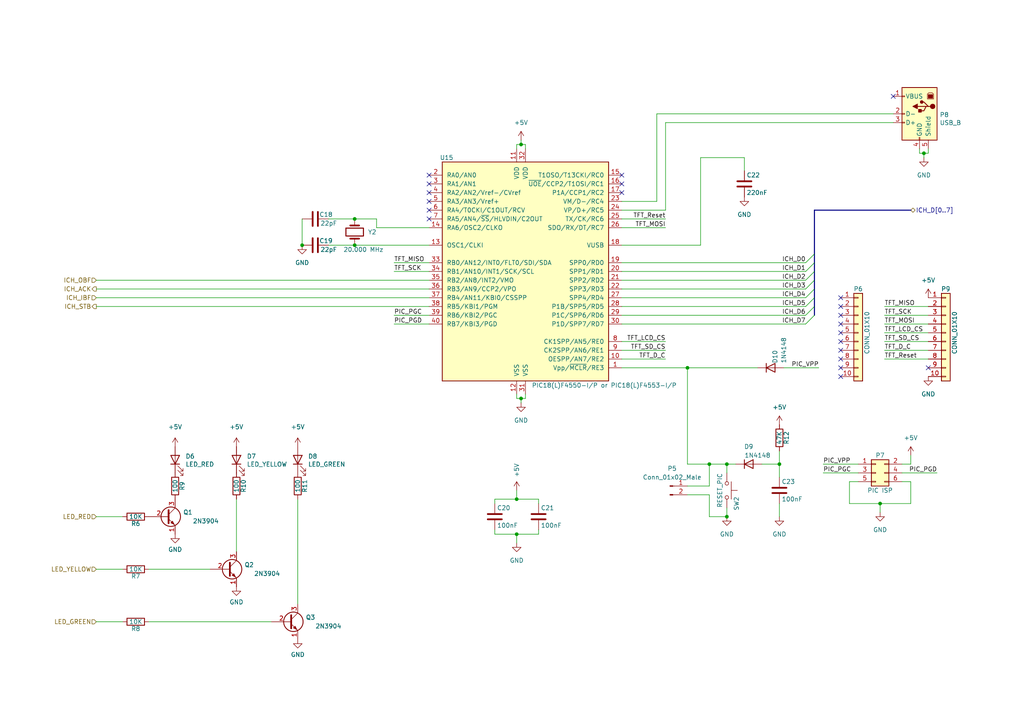
<source format=kicad_sch>
(kicad_sch (version 20211123) (generator eeschema)
  (paper "A4")
  (title_block (title "Tralala 8088 Homebrew Computer") (date "2023-01-17") (rev "1") (company "Copyright (C) 2016, 2017, 2022, 2023 Nikolay Nikolov <nickysn@users.sourceforge.net>") (comment 1 "PO Box 1866, Mountain View, CA 94042, USA.") (comment 2 "http://creativecommons.org/licenses/by-sa/3.0/ or send a letter to Creative Commons,") (comment 3 "License. To view a copy of this license, visit") (comment 4 "This work is licensed under the Creative Commons Attribution-ShareAlike 3.0 Unported"))
  (lib_symbols
    (symbol "Connector:Conn_01x02_Male" (pin_names (offset 1.016) hide)
      (property "Reference" "J" (at 0 2.54 0))
      (property "Value" "Conn_01x02_Male" (at 0 -5.08 0))
      (symbol "Conn_01x02_Male_1_1"
        (polyline (pts (xy 1.27 -2.54) (xy 0.8636 -2.54)) (stroke (width 0.1524)))
        (polyline (pts (xy 1.27 0) (xy 0.8636 0)) (stroke (width 0.1524)))
        (rectangle (start 0.8636 -2.413) (end 0 -2.667) (stroke (width 0.1524)) (fill (type outline)))
        (rectangle (start 0.8636 0.127) (end 0 -0.127) (stroke (width 0.1524)) (fill (type outline)))
        (pin passive line (at 5.08 0 180) (length 3.81) (name "Pin_1") (number "1"))
        (pin passive line (at 5.08 -2.54 180) (length 3.81) (name "Pin_2") (number "2"))
      )
    )
    (symbol "Connector_Generic:Conn_01x10" (pin_names (offset 1.016) hide)
      (property "Reference" "J" (at 0 12.7 0))
      (property "Value" "Conn_01x10" (at 0 -15.24 0))
      (symbol "Conn_01x10_1_1"
        (rectangle (start -1.27 -12.573) (end 0 -12.827) (stroke (width 0.1524)))
        (rectangle (start -1.27 -10.033) (end 0 -10.287) (stroke (width 0.1524)))
        (rectangle (start -1.27 -7.493) (end 0 -7.747) (stroke (width 0.1524)))
        (rectangle (start -1.27 -4.953) (end 0 -5.207) (stroke (width 0.1524)))
        (rectangle (start -1.27 -2.413) (end 0 -2.667) (stroke (width 0.1524)))
        (rectangle (start -1.27 0.127) (end 0 -0.127) (stroke (width 0.1524)))
        (rectangle (start -1.27 2.667) (end 0 2.413) (stroke (width 0.1524)))
        (rectangle (start -1.27 5.207) (end 0 4.953) (stroke (width 0.1524)))
        (rectangle (start -1.27 7.747) (end 0 7.493) (stroke (width 0.1524)))
        (rectangle (start -1.27 10.287) (end 0 10.033) (stroke (width 0.1524)))
        (rectangle (start -1.27 11.43) (end 1.27 -13.97) (stroke (width 0.254)) (fill (type background)))
        (pin passive line (at -5.08 10.16 0) (length 3.81) (name "Pin_1") (number "1"))
        (pin passive line (at -5.08 -12.7 0) (length 3.81) (name "Pin_10") (number "10"))
        (pin passive line (at -5.08 7.62 0) (length 3.81) (name "Pin_2") (number "2"))
        (pin passive line (at -5.08 5.08 0) (length 3.81) (name "Pin_3") (number "3"))
        (pin passive line (at -5.08 2.54 0) (length 3.81) (name "Pin_4") (number "4"))
        (pin passive line (at -5.08 0 0) (length 3.81) (name "Pin_5") (number "5"))
        (pin passive line (at -5.08 -2.54 0) (length 3.81) (name "Pin_6") (number "6"))
        (pin passive line (at -5.08 -5.08 0) (length 3.81) (name "Pin_7") (number "7"))
        (pin passive line (at -5.08 -7.62 0) (length 3.81) (name "Pin_8") (number "8"))
        (pin passive line (at -5.08 -10.16 0) (length 3.81) (name "Pin_9") (number "9"))
      )
    )
    (symbol "Connector_Generic:Conn_02x03_Odd_Even" (pin_names (offset 1.016) hide)
      (property "Reference" "J" (at 1.27 5.08 0))
      (property "Value" "Conn_02x03_Odd_Even" (at 1.27 -5.08 0))
      (symbol "Conn_02x03_Odd_Even_1_1"
        (rectangle (start -1.27 -2.413) (end 0 -2.667) (stroke (width 0.1524)))
        (rectangle (start -1.27 0.127) (end 0 -0.127) (stroke (width 0.1524)))
        (rectangle (start -1.27 2.667) (end 0 2.413) (stroke (width 0.1524)))
        (rectangle (start -1.27 3.81) (end 3.81 -3.81) (stroke (width 0.254)) (fill (type background)))
        (rectangle (start 3.81 -2.413) (end 2.54 -2.667) (stroke (width 0.1524)))
        (rectangle (start 3.81 0.127) (end 2.54 -0.127) (stroke (width 0.1524)))
        (rectangle (start 3.81 2.667) (end 2.54 2.413) (stroke (width 0.1524)))
        (pin passive line (at -5.08 2.54 0) (length 3.81) (name "Pin_1") (number "1"))
        (pin passive line (at 7.62 2.54 180) (length 3.81) (name "Pin_2") (number "2"))
        (pin passive line (at -5.08 0 0) (length 3.81) (name "Pin_3") (number "3"))
        (pin passive line (at 7.62 0 180) (length 3.81) (name "Pin_4") (number "4"))
        (pin passive line (at -5.08 -2.54 0) (length 3.81) (name "Pin_5") (number "5"))
        (pin passive line (at 7.62 -2.54 180) (length 3.81) (name "Pin_6") (number "6"))
      )
    )
    (symbol "Connector_modified:USB_B" (pin_names (offset 1.016))
      (property "Reference" "J" (at -5.08 11.43 0))
      (property "Value" "USB_B" (at -5.08 8.89 0))
      (symbol "USB_B_0_1"
        (rectangle (start -5.08 -7.62) (end 5.08 7.62) (stroke (width 0.254)) (fill (type background)))
        (circle (center -3.81 2.159) (radius 0.635) (stroke (width 0.254)) (fill (type outline)))
        (rectangle (start -3.81 5.588) (end -2.54 4.572) (fill (type outline)))
        (circle (center -0.635 3.429) (radius 0.381) (stroke (width 0.254)) (fill (type outline)))
        (rectangle (start -0.127 -7.62) (end 0.127 -6.858))
        (polyline (pts (xy -1.905 2.159) (xy 0.635 2.159)) (stroke (width 0.254)))
        (polyline (pts (xy -3.175 2.159) (xy -2.54 2.159) (xy -1.27 3.429) (xy -0.635 3.429)) (stroke (width 0.254)))
        (polyline (pts (xy -2.54 2.159) (xy -1.905 2.159) (xy -1.27 0.889) (xy 0 0.889)) (stroke (width 0.254)))
        (polyline (pts (xy 0.635 2.794) (xy 0.635 1.524) (xy 1.905 2.159) (xy 0.635 2.794)) (stroke (width 0.254)) (fill (type outline)))
        (polyline (pts (xy -4.064 4.318) (xy -2.286 4.318) (xy -2.286 5.715) (xy -2.667 6.096) (xy -3.683 6.096) (xy -4.064 5.715) (xy -4.064 4.318)))
        (rectangle (start 0.254 1.27) (end -0.508 0.508) (stroke (width 0.254)) (fill (type outline)))
        (rectangle (start 5.08 -2.667) (end 4.318 -2.413))
        (rectangle (start 5.08 -0.127) (end 4.318 0.127))
        (rectangle (start 5.08 4.953) (end 4.318 5.207))
      )
      (symbol "USB_B_1_1"
        (pin power_out line (at 7.62 5.08 180) (length 2.54) (name "VBUS") (number "1"))
        (pin bidirectional line (at 7.62 0 180) (length 2.54) (name "D-") (number "2"))
        (pin bidirectional line (at 7.62 -2.54 180) (length 2.54) (name "D+") (number "3"))
        (pin power_out line (at 0 -10.16 90) (length 2.54) (name "GND") (number "4"))
        (pin passive line (at -2.54 -10.16 90) (length 2.54) (name "Shield") (number "5"))
      )
    )
    (symbol "Device:C" (pin_numbers hide) (pin_names (offset 0.254))
      (property "Reference" "C" (at 0.635 2.54 0))
      (property "Value" "C" (at 0.635 -2.54 0))
      (symbol "C_0_1"
        (polyline (pts (xy -2.032 -0.762) (xy 2.032 -0.762)) (stroke (width 0.508)))
        (polyline (pts (xy -2.032 0.762) (xy 2.032 0.762)) (stroke (width 0.508)))
      )
      (symbol "C_1_1"
        (pin passive line (at 0 3.81 270) (length 2.794) (name "~") (number "1"))
        (pin passive line (at 0 -3.81 90) (length 2.794) (name "~") (number "2"))
      )
    )
    (symbol "Device:Crystal" (pin_numbers hide) (pin_names (offset 1.016) hide)
      (property "Reference" "Y" (at 0 3.81 0))
      (property "Value" "Crystal" (at 0 -3.81 0))
      (symbol "Crystal_0_1"
        (rectangle (start -1.143 2.54) (end 1.143 -2.54) (stroke (width 0.3048)))
        (polyline (pts (xy -2.54 0) (xy -1.905 0)))
        (polyline (pts (xy -1.905 -1.27) (xy -1.905 1.27)) (stroke (width 0.508)))
        (polyline (pts (xy 1.905 -1.27) (xy 1.905 1.27)) (stroke (width 0.508)))
        (polyline (pts (xy 2.54 0) (xy 1.905 0)))
      )
      (symbol "Crystal_1_1"
        (pin passive line (at -3.81 0 0) (length 1.27) (name "1") (number "1"))
        (pin passive line (at 3.81 0 180) (length 1.27) (name "2") (number "2"))
      )
    )
    (symbol "Device:LED" (pin_numbers hide) (pin_names (offset 1.016) hide)
      (property "Reference" "D" (at 0 2.54 0))
      (property "Value" "LED" (at 0 -2.54 0))
      (symbol "LED_0_1"
        (polyline (pts (xy -1.27 -1.27) (xy -1.27 1.27)) (stroke (width 0.254)))
        (polyline (pts (xy -1.27 0) (xy 1.27 0)))
        (polyline (pts (xy 1.27 -1.27) (xy 1.27 1.27) (xy -1.27 0) (xy 1.27 -1.27)) (stroke (width 0.254)))
        (polyline (pts (xy -3.048 -0.762) (xy -4.572 -2.286) (xy -3.81 -2.286) (xy -4.572 -2.286) (xy -4.572 -1.524)))
        (polyline (pts (xy -1.778 -0.762) (xy -3.302 -2.286) (xy -2.54 -2.286) (xy -3.302 -2.286) (xy -3.302 -1.524)))
      )
      (symbol "LED_1_1"
        (pin passive line (at -3.81 0 0) (length 2.54) (name "K") (number "1"))
        (pin passive line (at 3.81 0 180) (length 2.54) (name "A") (number "2"))
      )
    )
    (symbol "Device:Q_NPN_EBC" (pin_names (offset 0) hide)
      (property "Reference" "Q" (at 5.08 1.27 0))
      (property "Value" "Q_NPN_EBC" (at 5.08 -1.27 0))
      (symbol "Q_NPN_EBC_0_1"
        (polyline (pts (xy 0.635 0.635) (xy 2.54 2.54)))
        (polyline (pts (xy 0.635 -0.635) (xy 2.54 -2.54) (xy 2.54 -2.54)))
        (polyline (pts (xy 0.635 1.905) (xy 0.635 -1.905) (xy 0.635 -1.905)) (stroke (width 0.508)))
        (polyline (pts (xy 1.27 -1.778) (xy 1.778 -1.27) (xy 2.286 -2.286) (xy 1.27 -1.778) (xy 1.27 -1.778)) (fill (type outline)))
        (circle (center 1.27 0) (radius 2.8194) (stroke (width 0.254)))
      )
      (symbol "Q_NPN_EBC_1_1"
        (pin passive line (at 2.54 -5.08 90) (length 2.54) (name "E") (number "1"))
        (pin passive line (at -5.08 0 0) (length 5.715) (name "B") (number "2"))
        (pin passive line (at 2.54 5.08 270) (length 2.54) (name "C") (number "3"))
      )
    )
    (symbol "Device:R" (pin_numbers hide) (pin_names (offset 0))
      (property "Reference" "R" (at 2.032 0 90))
      (property "Value" "R" (at 0 0 90))
      (symbol "R_0_1"
        (rectangle (start -1.016 -2.54) (end 1.016 2.54) (stroke (width 0.254)))
      )
      (symbol "R_1_1"
        (pin passive line (at 0 3.81 270) (length 1.27) (name "~") (number "1"))
        (pin passive line (at 0 -3.81 90) (length 1.27) (name "~") (number "2"))
      )
    )
    (symbol "Diode:1N4148" (pin_numbers hide) (pin_names hide)
      (property "Reference" "D" (at 0 2.54 0))
      (property "Value" "1N4148" (at 0 -2.54 0))
      (symbol "1N4148_0_1"
        (polyline (pts (xy -1.27 1.27) (xy -1.27 -1.27)) (stroke (width 0.254)))
        (polyline (pts (xy 1.27 0) (xy -1.27 0)))
        (polyline (pts (xy 1.27 1.27) (xy 1.27 -1.27) (xy -1.27 0) (xy 1.27 1.27)) (stroke (width 0.254)))
      )
      (symbol "1N4148_1_1"
        (pin passive line (at -3.81 0 0) (length 2.54) (name "K") (number "1"))
        (pin passive line (at 3.81 0 180) (length 2.54) (name "A") (number "2"))
      )
    )
    (symbol "MCU_Microchip_PIC18:PIC18F4553-IP" (pin_names (offset 1.27))
      (property "Reference" "U" (at -22.86 33.02 0))
      (property "Value" "PIC18F4553-IP" (at 13.97 -33.02 0))
      (symbol "PIC18F4553-IP_0_1"
        (rectangle (start -24.13 31.75) (end 24.13 -31.75) (stroke (width 0.254)) (fill (type background)))
      )
      (symbol "PIC18F4553-IP_1_1"
        (pin input line (at 27.94 -27.94 180) (length 3.81) (name "Vpp/~{MCLR}/RE3") (number "1"))
        (pin bidirectional line (at 27.94 -25.4 180) (length 3.81) (name "OESPP/AN7/RE2") (number "10"))
        (pin power_in line (at -2.54 35.56 270) (length 3.81) (name "VDD") (number "11"))
        (pin power_in line (at -2.54 -35.56 90) (length 3.81) (name "VSS") (number "12"))
        (pin input line (at -27.94 7.62 0) (length 3.81) (name "OSC1/CLKI") (number "13"))
        (pin bidirectional line (at -27.94 12.7 0) (length 3.81) (name "RA6/OSC2/CLKO") (number "14"))
        (pin bidirectional line (at 27.94 27.94 180) (length 3.81) (name "T1OSO/T13CKI/RC0") (number "15"))
        (pin bidirectional line (at 27.94 25.4 180) (length 3.81) (name "~{UOE}/CCP2/T1OSI/RC1") (number "16"))
        (pin bidirectional line (at 27.94 22.86 180) (length 3.81) (name "P1A/CCP1/RC2") (number "17"))
        (pin bidirectional line (at 27.94 7.62 180) (length 3.81) (name "VUSB") (number "18"))
        (pin bidirectional line (at 27.94 2.54 180) (length 3.81) (name "SPP0/RD0") (number "19"))
        (pin bidirectional line (at -27.94 27.94 0) (length 3.81) (name "RA0/AN0") (number "2"))
        (pin bidirectional line (at 27.94 0 180) (length 3.81) (name "SPP1/RD1") (number "20"))
        (pin bidirectional line (at 27.94 -2.54 180) (length 3.81) (name "SPP2/RD2") (number "21"))
        (pin bidirectional line (at 27.94 -5.08 180) (length 3.81) (name "SPP3/RD3") (number "22"))
        (pin bidirectional line (at 27.94 20.32 180) (length 3.81) (name "VM/D-/RC4") (number "23"))
        (pin bidirectional line (at 27.94 17.78 180) (length 3.81) (name "VP/D+/RC5") (number "24"))
        (pin bidirectional line (at 27.94 15.24 180) (length 3.81) (name "TX/CK/RC6") (number "25"))
        (pin bidirectional line (at 27.94 12.7 180) (length 3.81) (name "SDO/RX/DT/RC7") (number "26"))
        (pin bidirectional line (at 27.94 -7.62 180) (length 3.81) (name "SPP4/RD4") (number "27"))
        (pin bidirectional line (at 27.94 -10.16 180) (length 3.81) (name "P1B/SPP5/RD5") (number "28"))
        (pin bidirectional line (at 27.94 -12.7 180) (length 3.81) (name "P1C/SPP6/RD6") (number "29"))
        (pin bidirectional line (at -27.94 25.4 0) (length 3.81) (name "RA1/AN1") (number "3"))
        (pin bidirectional line (at 27.94 -15.24 180) (length 3.81) (name "P1D/SPP7/RD7") (number "30"))
        (pin power_in line (at 0 -35.56 90) (length 3.81) (name "VSS") (number "31"))
        (pin power_in line (at 0 35.56 270) (length 3.81) (name "VDD") (number "32"))
        (pin bidirectional line (at -27.94 2.54 0) (length 3.81) (name "RB0/AN12/INT0/FLT0/SDI/SDA") (number "33"))
        (pin bidirectional line (at -27.94 0 0) (length 3.81) (name "RB1/AN10/INT1/SCK/SCL") (number "34"))
        (pin bidirectional line (at -27.94 -2.54 0) (length 3.81) (name "RB2/AN8/INT2/VMO") (number "35"))
        (pin bidirectional line (at -27.94 -5.08 0) (length 3.81) (name "RB3/AN9/CCP2/VPO") (number "36"))
        (pin bidirectional line (at -27.94 -7.62 0) (length 3.81) (name "RB4/AN11/KBI0/CSSPP") (number "37"))
        (pin bidirectional line (at -27.94 -10.16 0) (length 3.81) (name "RB5/KBI1/PGM") (number "38"))
        (pin bidirectional line (at -27.94 -12.7 0) (length 3.81) (name "RB6/KBI2/PGC") (number "39"))
        (pin bidirectional line (at -27.94 22.86 0) (length 3.81) (name "RA2/AN2/Vref-/CVref") (number "4"))
        (pin bidirectional line (at -27.94 -15.24 0) (length 3.81) (name "RB7/KBI3/PGD") (number "40"))
        (pin bidirectional line (at -27.94 20.32 0) (length 3.81) (name "RA3/AN3/Vref+") (number "5"))
        (pin bidirectional line (at -27.94 17.78 0) (length 3.81) (name "RA4/T0CKI/C1OUT/RCV") (number "6"))
        (pin bidirectional line (at -27.94 15.24 0) (length 3.81) (name "RA5/AN4/~{SS}/HLVDIN/C2OUT") (number "7"))
        (pin bidirectional line (at 27.94 -20.32 180) (length 3.81) (name "CK1SPP/AN5/RE0") (number "8"))
        (pin bidirectional line (at 27.94 -22.86 180) (length 3.81) (name "CK2SPP/AN6/RE1") (number "9"))
      )
    )
    (symbol "Switch:SW_Push" (pin_numbers hide) (pin_names (offset 1.016) hide)
      (property "Reference" "SW" (at 1.27 2.54 0))
      (property "Value" "SW_Push" (at 0 -1.524 0))
      (symbol "SW_Push_0_1"
        (circle (center -2.032 0) (radius 0.508))
        (polyline (pts (xy 0 1.27) (xy 0 3.048)))
        (polyline (pts (xy 2.54 1.27) (xy -2.54 1.27)))
        (circle (center 2.032 0) (radius 0.508))
        (pin passive line (at -5.08 0 0) (length 2.54) (name "1") (number "1"))
        (pin passive line (at 5.08 0 180) (length 2.54) (name "2") (number "2"))
      )
    )
    (symbol "power:+5V" (power) (pin_names (offset 0))
      (property "Value" "+5V" (at 0 3.556 0))
      (symbol "+5V_0_1"
        (polyline (pts (xy -0.762 1.27) (xy 0 2.54)))
        (polyline (pts (xy 0 0) (xy 0 2.54)))
        (polyline (pts (xy 0 2.54) (xy 0.762 1.27)))
      )
      (symbol "+5V_1_1"
        (pin power_in line (at 0 0 90) (length 0) hide (name "+5V") (number "1"))
      )
    )
    (symbol "power:GND" (power) (pin_names (offset 0))
      (property "Value" "GND" (at 0 -3.81 0))
      (symbol "GND_0_1"
        (polyline (pts (xy 0 0) (xy 0 -1.27) (xy 1.27 -1.27) (xy 0 -2.54) (xy -1.27 -1.27) (xy 0 -1.27)))
      )
      (symbol "GND_1_1"
        (pin power_in line (at 0 0 270) (length 0) hide (name "GND") (number "1"))
      )
    )
  )
  (junction (at 210.82 134.62))
  (junction (at 151.13 41.91))
  (junction (at 199.39 106.68))
  (junction (at 151.13 115.57))
  (junction (at 205.74 134.62))
  (junction (at 102.87 71.12))
  (junction (at 255.27 146.05))
  (junction (at 210.82 149.86))
  (junction (at 149.86 144.78))
  (junction (at 226.06 134.62))
  (junction (at 102.87 63.5))
  (junction (at 267.97 44.45))
  (junction (at 149.86 154.94))
  (junction (at 87.63 71.12))
  (no_connect (at 259.08 27.94))
  (no_connect (at 124.46 53.34))
  (no_connect (at 124.46 63.5))
  (no_connect (at 124.46 55.88))
  (no_connect (at 243.84 96.52))
  (no_connect (at 269.24 106.68))
  (no_connect (at 243.84 91.44))
  (no_connect (at 124.46 58.42))
  (no_connect (at 243.84 93.98))
  (no_connect (at 124.46 50.8))
  (no_connect (at 243.84 109.22))
  (no_connect (at 243.84 86.36))
  (no_connect (at 180.34 53.34))
  (no_connect (at 243.84 106.68))
  (no_connect (at 180.34 50.8))
  (no_connect (at 180.34 55.88))
  (no_connect (at 243.84 99.06))
  (no_connect (at 243.84 101.6))
  (no_connect (at 243.84 88.9))
  (no_connect (at 243.84 104.14))
  (no_connect (at 124.46 60.96))
  (bus_entry (at 233.68 88.9) (size 2.54 -2.54))
  (bus_entry (at 233.68 81.28) (size 2.54 -2.54))
  (bus_entry (at 233.68 91.44) (size 2.54 -2.54))
  (bus_entry (at 233.68 86.36) (size 2.54 -2.54))
  (bus_entry (at 233.68 83.82) (size 2.54 -2.54))
  (bus_entry (at 233.68 78.74) (size 2.54 -2.54))
  (bus_entry (at 233.68 76.2) (size 2.54 -2.54))
  (bus_entry (at 233.68 93.98) (size 2.54 -2.54))
  (wire (pts (xy 86.36 144.78) (xy 86.36 175.26)))
  (wire (pts (xy 256.54 88.9) (xy 269.24 88.9)))
  (wire (pts (xy 43.18 165.1) (xy 60.96 165.1)))
  (wire (pts (xy 149.86 142.24) (xy 149.86 144.78)))
  (bus (pts (xy 236.22 86.36) (xy 236.22 83.82)))
  (wire (pts (xy 156.21 146.05) (xy 156.21 144.78)))
  (bus (pts (xy 236.22 83.82) (xy 236.22 81.28)))
  (wire (pts (xy 180.34 101.6) (xy 193.04 101.6)))
  (wire (pts (xy 215.9 45.72) (xy 215.9 49.53)))
  (wire (pts (xy 180.34 106.68) (xy 199.39 106.68)))
  (bus (pts (xy 236.22 88.9) (xy 236.22 86.36)))
  (wire (pts (xy 43.18 180.34) (xy 78.74 180.34)))
  (wire (pts (xy 180.34 66.04) (xy 193.04 66.04)))
  (wire (pts (xy 124.46 66.04) (xy 109.22 66.04)))
  (wire (pts (xy 199.39 143.51) (xy 205.74 143.51)))
  (wire (pts (xy 109.22 66.04) (xy 109.22 63.5)))
  (wire (pts (xy 180.34 99.06) (xy 193.04 99.06)))
  (wire (pts (xy 180.34 78.74) (xy 233.68 78.74)))
  (wire (pts (xy 151.13 41.91) (xy 152.4 41.91)))
  (wire (pts (xy 180.34 91.44) (xy 233.68 91.44)))
  (wire (pts (xy 180.34 104.14) (xy 193.04 104.14)))
  (wire (pts (xy 193.04 35.56) (xy 259.08 35.56)))
  (wire (pts (xy 149.86 154.94) (xy 149.86 157.48)))
  (wire (pts (xy 152.4 115.57) (xy 152.4 114.3)))
  (wire (pts (xy 68.58 144.78) (xy 68.58 160.02)))
  (wire (pts (xy 267.97 44.45) (xy 267.97 45.72)))
  (wire (pts (xy 27.94 180.34) (xy 35.56 180.34)))
  (bus (pts (xy 236.22 91.44) (xy 236.22 88.9)))
  (wire (pts (xy 180.34 60.96) (xy 193.04 60.96)))
  (wire (pts (xy 199.39 106.68) (xy 219.71 106.68)))
  (wire (pts (xy 143.51 154.94) (xy 143.51 153.67)))
  (wire (pts (xy 226.06 138.43) (xy 226.06 134.62)))
  (wire (pts (xy 269.24 44.45) (xy 267.97 44.45)))
  (wire (pts (xy 180.34 63.5) (xy 193.04 63.5)))
  (wire (pts (xy 205.74 140.97) (xy 205.74 134.62)))
  (wire (pts (xy 210.82 147.32) (xy 210.82 149.86)))
  (wire (pts (xy 199.39 140.97) (xy 205.74 140.97)))
  (wire (pts (xy 255.27 146.05) (xy 246.38 146.05)))
  (wire (pts (xy 238.76 137.16) (xy 248.92 137.16)))
  (wire (pts (xy 151.13 115.57) (xy 152.4 115.57)))
  (wire (pts (xy 27.94 149.86) (xy 35.56 149.86)))
  (bus (pts (xy 236.22 78.74) (xy 236.22 76.2)))
  (wire (pts (xy 180.34 76.2) (xy 233.68 76.2)))
  (wire (pts (xy 256.54 96.52) (xy 269.24 96.52)))
  (wire (pts (xy 143.51 144.78) (xy 143.51 146.05)))
  (wire (pts (xy 152.4 41.91) (xy 152.4 43.18)))
  (wire (pts (xy 151.13 40.64) (xy 151.13 41.91)))
  (wire (pts (xy 27.94 83.82) (xy 124.46 83.82)))
  (wire (pts (xy 199.39 134.62) (xy 199.39 106.68)))
  (wire (pts (xy 190.5 58.42) (xy 190.5 33.02)))
  (wire (pts (xy 114.3 93.98) (xy 124.46 93.98)))
  (wire (pts (xy 109.22 63.5) (xy 102.87 63.5)))
  (wire (pts (xy 238.76 134.62) (xy 248.92 134.62)))
  (wire (pts (xy 149.86 41.91) (xy 149.86 43.18)))
  (wire (pts (xy 156.21 154.94) (xy 149.86 154.94)))
  (wire (pts (xy 264.16 134.62) (xy 264.16 132.08)))
  (wire (pts (xy 27.94 86.36) (xy 124.46 86.36)))
  (wire (pts (xy 114.3 91.44) (xy 124.46 91.44)))
  (wire (pts (xy 220.98 134.62) (xy 226.06 134.62)))
  (wire (pts (xy 114.3 78.74) (xy 124.46 78.74)))
  (wire (pts (xy 256.54 93.98) (xy 269.24 93.98)))
  (bus (pts (xy 236.22 81.28) (xy 236.22 78.74)))
  (wire (pts (xy 180.34 71.12) (xy 203.2 71.12)))
  (wire (pts (xy 149.86 144.78) (xy 143.51 144.78)))
  (wire (pts (xy 226.06 149.86) (xy 226.06 146.05)))
  (wire (pts (xy 210.82 134.62) (xy 213.36 134.62)))
  (wire (pts (xy 193.04 60.96) (xy 193.04 35.56)))
  (wire (pts (xy 255.27 146.05) (xy 255.27 148.59)))
  (wire (pts (xy 149.86 154.94) (xy 143.51 154.94)))
  (wire (pts (xy 256.54 91.44) (xy 269.24 91.44)))
  (wire (pts (xy 180.34 83.82) (xy 233.68 83.82)))
  (wire (pts (xy 246.38 139.7) (xy 248.92 139.7)))
  (wire (pts (xy 149.86 115.57) (xy 149.86 114.3)))
  (wire (pts (xy 261.62 137.16) (xy 271.78 137.16)))
  (wire (pts (xy 27.94 81.28) (xy 124.46 81.28)))
  (wire (pts (xy 102.87 63.5) (xy 95.25 63.5)))
  (wire (pts (xy 180.34 58.42) (xy 190.5 58.42)))
  (wire (pts (xy 261.62 134.62) (xy 264.16 134.62)))
  (wire (pts (xy 156.21 153.67) (xy 156.21 154.94)))
  (wire (pts (xy 180.34 88.9) (xy 233.68 88.9)))
  (bus (pts (xy 236.22 76.2) (xy 236.22 73.66)))
  (wire (pts (xy 237.49 106.68) (xy 227.33 106.68)))
  (wire (pts (xy 203.2 45.72) (xy 215.9 45.72)))
  (wire (pts (xy 261.62 139.7) (xy 264.16 139.7)))
  (wire (pts (xy 180.34 81.28) (xy 233.68 81.28)))
  (wire (pts (xy 156.21 144.78) (xy 149.86 144.78)))
  (wire (pts (xy 264.16 139.7) (xy 264.16 146.05)))
  (wire (pts (xy 203.2 71.12) (xy 203.2 45.72)))
  (wire (pts (xy 149.86 115.57) (xy 151.13 115.57)))
  (wire (pts (xy 256.54 99.06) (xy 269.24 99.06)))
  (wire (pts (xy 87.63 71.12) (xy 87.63 63.5)))
  (wire (pts (xy 267.97 44.45) (xy 266.7 44.45)))
  (wire (pts (xy 256.54 101.6) (xy 269.24 101.6)))
  (wire (pts (xy 266.7 44.45) (xy 266.7 43.18)))
  (wire (pts (xy 269.24 43.18) (xy 269.24 44.45)))
  (wire (pts (xy 210.82 134.62) (xy 210.82 137.16)))
  (wire (pts (xy 180.34 86.36) (xy 233.68 86.36)))
  (wire (pts (xy 264.16 146.05) (xy 255.27 146.05)))
  (wire (pts (xy 151.13 115.57) (xy 151.13 116.84)))
  (bus (pts (xy 236.22 60.96) (xy 264.16 60.96)))
  (wire (pts (xy 27.94 165.1) (xy 35.56 165.1)))
  (wire (pts (xy 256.54 104.14) (xy 269.24 104.14)))
  (wire (pts (xy 205.74 149.86) (xy 210.82 149.86)))
  (bus (pts (xy 236.22 73.66) (xy 236.22 60.96)))
  (wire (pts (xy 114.3 76.2) (xy 124.46 76.2)))
  (wire (pts (xy 180.34 93.98) (xy 233.68 93.98)))
  (wire (pts (xy 149.86 41.91) (xy 151.13 41.91)))
  (wire (pts (xy 226.06 130.81) (xy 226.06 134.62)))
  (wire (pts (xy 27.94 88.9) (xy 124.46 88.9)))
  (wire (pts (xy 205.74 134.62) (xy 210.82 134.62)))
  (wire (pts (xy 95.25 71.12) (xy 102.87 71.12)))
  (wire (pts (xy 190.5 33.02) (xy 259.08 33.02)))
  (wire (pts (xy 246.38 146.05) (xy 246.38 139.7)))
  (wire (pts (xy 205.74 143.51) (xy 205.74 149.86)))
  (wire (pts (xy 102.87 71.12) (xy 124.46 71.12)))
  (wire (pts (xy 199.39 134.62) (xy 205.74 134.62)))
  (label "TFT_MOSI" (at 256.54 93.98 0))
  (label "PIC_PGC" (at 114.3 91.44 0))
  (label "TFT_D_C" (at 193.04 104.14 180))
  (label "TFT_Reset" (at 193.04 63.5 180))
  (label "ICH_D3" (at 233.68 83.82 180))
  (label "TFT_MOSI" (at 193.04 66.04 180))
  (label "PIC_VPP" (at 238.76 134.62 0))
  (label "ICH_D2" (at 233.68 81.28 180))
  (label "PIC_PGC" (at 238.76 137.16 0))
  (label "ICH_D6" (at 233.68 91.44 180))
  (label "PIC_VPP" (at 237.49 106.68 180))
  (label "PIC_PGD" (at 271.78 137.16 180))
  (label "PIC_PGD" (at 114.3 93.98 0))
  (label "TFT_SD_CS" (at 193.04 101.6 180))
  (label "TFT_Reset" (at 256.54 104.14 0))
  (label "ICH_D1" (at 233.68 78.74 180))
  (label "TFT_LCD_CS" (at 193.04 99.06 180))
  (label "TFT_MISO" (at 114.3 76.2 0))
  (label "TFT_SD_CS" (at 256.54 99.06 0))
  (label "TFT_D_C" (at 256.54 101.6 0))
  (label "ICH_D4" (at 233.68 86.36 180))
  (label "TFT_MISO" (at 256.54 88.9 0))
  (label "TFT_SCK" (at 256.54 91.44 0))
  (label "TFT_SCK" (at 114.3 78.74 0))
  (label "ICH_D5" (at 233.68 88.9 180))
  (label "ICH_D0" (at 233.68 76.2 180))
  (label "ICH_D7" (at 233.68 93.98 180))
  (label "TFT_LCD_CS" (at 256.54 96.52 0))
  (hierarchical_label "ICH_OBF" (shape input) (at 27.94 81.28 180))
  (hierarchical_label "ICH_ACK" (shape output) (at 27.94 83.82 180))
  (hierarchical_label "LED_RED" (shape input) (at 27.94 149.86 180))
  (hierarchical_label "ICH_D[0..7]" (shape bidirectional) (at 264.16 60.96 0))
  (hierarchical_label "LED_GREEN" (shape input) (at 27.94 180.34 180))
  (hierarchical_label "LED_YELLOW" (shape input) (at 27.94 165.1 180))
  (hierarchical_label "ICH_STB" (shape output) (at 27.94 88.9 180))
  (hierarchical_label "ICH_IBF" (shape input) (at 27.94 86.36 180))
  (symbol (lib_id "Connector_Generic:Conn_02x03_Odd_Even") (at 254 137.16 0) (unit 1)
    (property "Reference" "P7" (at 255.27 132.08 0))
    (property "Value" "PIC ISP" (at 255.27 142.24 0))
    (property "Footprint" "Connector_IDC:IDC-Header_2x03_P2.54mm_Vertical" (effects hide))
  )
  (symbol (lib_id "Device:C") (at 215.9 53.34 0) (unit 1)
    (property "Reference" "C22" (at 216.535 50.8 0) (effects (justify left)))
    (property "Value" "220nF" (at 216.535 55.88 0) (effects (justify left)))
    (property "Footprint" "Capacitor_THT:C_Disc_D6.0mm_W2.5mm_P5.00mm" (effects hide))
  )
  (symbol (lib_id "Diode:1N4148") (at 223.52 106.68 0) (unit 1)
    (property "Reference" "D10" (at 224.79 105.41 90) (effects (justify left)))
    (property "Value" "1N4148" (at 227.33 105.41 90) (effects (justify left)))
    (property "Footprint" "Diode_THT:D_DO-35_SOD27_P7.62mm_Horizontal" (effects hide))
    (property "Datasheet" "https://assets.nexperia.com/documents/data-sheet/1N4148_1N4448.pdf" (effects hide))
  )
  (symbol (lib_id "Device:R") (at 39.37 165.1 270) (unit 1)
    (property "Reference" "R7" (at 39.37 167.132 90))
    (property "Value" "10K" (at 39.37 165.1 90))
    (property "Footprint" "Resistor_THT:R_Axial_DIN0207_L6.3mm_D2.5mm_P10.16mm_Horizontal" (effects hide))
  )
  (symbol (lib_id "Connector_Generic:Conn_01x10") (at 274.32 96.52 0) (unit 1)
    (property "Reference" "P9" (at 274.32 83.82 0))
    (property "Value" "CONN_01X10" (at 276.86 96.52 90))
    (property "Footprint" "Connector_PinSocket_2.54mm:PinSocket_1x10_P2.54mm_Vertical" (effects hide))
  )
  (symbol (lib_id "Switch:SW_Push") (at 210.82 142.24 270) (unit 1)
    (property "Reference" "SW2" (at 213.614 146.05 0))
    (property "Value" "RESET_PIC" (at 208.788 142.24 0))
    (property "Footprint" "Button_Switch_THT:SW_PUSH_6mm_H5mm" (effects hide))
  )
  (symbol (lib_id "Device:R") (at 39.37 180.34 270) (unit 1)
    (property "Reference" "R8" (at 39.37 182.372 90))
    (property "Value" "10K" (at 39.37 180.34 90))
    (property "Footprint" "Resistor_THT:R_Axial_DIN0207_L6.3mm_D2.5mm_P10.16mm_Horizontal" (effects hide))
  )
  (symbol (lib_id "power:GND") (at 86.36 185.42 0) (unit 1)
    (property "Reference" "#PWR055" (effects hide))
    (property "Value" "GND" (at 86.36 189.865 0))
  )
  (symbol (lib_id "power:GND") (at 50.8 154.94 0) (unit 1)
    (property "Reference" "#PWR051" (effects hide))
    (property "Value" "GND" (at 50.8 159.385 0))
  )
  (symbol (lib_id "power:+5V") (at 68.58 129.54 0) (unit 1)
    (property "Reference" "#PWR052" (effects hide))
    (property "Value" "+5V" (at 68.58 123.825 0))
  )
  (symbol (lib_id "Device:C") (at 91.44 71.12 90) (unit 1)
    (property "Reference" "C19" (at 96.52 69.85 90) (effects (justify left)))
    (property "Value" "22pF" (at 97.79 72.39 90) (effects (justify left)))
    (property "Footprint" "Capacitor_THT:C_Disc_D6.0mm_W2.5mm_P5.00mm" (effects hide))
  )
  (symbol (lib_id "power:GND") (at 151.13 116.84 0) (unit 1)
    (property "Reference" "#PWR060" (effects hide))
    (property "Value" "GND" (at 151.13 121.92 0))
  )
  (symbol (lib_id "power:GND") (at 149.86 157.48 0) (unit 1)
    (property "Reference" "#PWR058" (effects hide))
    (property "Value" "GND" (at 149.86 162.56 0))
  )
  (symbol (lib_id "power:GND") (at 87.63 71.12 0) (unit 1)
    (property "Reference" "#PWR056" (effects hide))
    (property "Value" "GND" (at 87.63 76.2 0))
  )
  (symbol (lib_id "Device:Q_NPN_EBC") (at 83.82 180.34 0) (unit 1)
    (property "Reference" "Q3" (at 91.44 179.07 0) (effects (justify right)))
    (property "Value" "2N3904" (at 99.06 181.61 0) (effects (justify right)))
    (property "Footprint" "Package_TO_SOT_THT:TO-92_HandSolder" (effects hide))
  )
  (symbol (lib_id "Device:C") (at 91.44 63.5 90) (unit 1)
    (property "Reference" "C18" (at 96.52 62.23 90) (effects (justify left)))
    (property "Value" "22pF" (at 97.79 64.77 90) (effects (justify left)))
    (property "Footprint" "Capacitor_THT:C_Disc_D6.0mm_W2.5mm_P5.00mm" (effects hide))
  )
  (symbol (lib_id "Device:C") (at 226.06 142.24 0) (unit 1)
    (property "Reference" "C23" (at 226.695 139.7 0) (effects (justify left)))
    (property "Value" "100nF" (at 226.695 144.78 0) (effects (justify left)))
    (property "Footprint" "Capacitor_THT:C_Disc_D6.0mm_W2.5mm_P5.00mm" (effects hide))
  )
  (symbol (lib_id "Device:R") (at 68.58 140.97 0) (unit 1)
    (property "Reference" "R10" (at 70.612 140.97 90))
    (property "Value" "100" (at 68.58 140.97 90))
    (property "Footprint" "Resistor_THT:R_Axial_DIN0207_L6.3mm_D2.5mm_P10.16mm_Horizontal" (effects hide))
  )
  (symbol (lib_id "power:+5V") (at 50.8 129.54 0) (unit 1)
    (property "Reference" "#PWR050" (effects hide))
    (property "Value" "+5V" (at 50.8 123.825 0))
  )
  (symbol (lib_id "power:GND") (at 267.97 45.72 0) (unit 1)
    (property "Reference" "#PWR067" (effects hide))
    (property "Value" "GND" (at 267.97 50.8 0))
  )
  (symbol (lib_id "power:+5V") (at 264.16 132.08 0) (unit 1)
    (property "Reference" "#PWR066" (effects hide))
    (property "Value" "+5V" (at 264.16 127 0))
  )
  (symbol (lib_id "Diode:1N4148") (at 217.17 134.62 0) (unit 1)
    (property "Reference" "D9" (at 217.17 129.54 0))
    (property "Value" "1N4148" (at 219.71 132.08 0))
    (property "Footprint" "Diode_THT:D_DO-35_SOD27_P7.62mm_Horizontal" (effects hide))
    (property "Datasheet" "https://assets.nexperia.com/documents/data-sheet/1N4148_1N4448.pdf" (effects hide))
  )
  (symbol (lib_id "power:GND") (at 215.9 57.15 0) (unit 1)
    (property "Reference" "#PWR062" (effects hide))
    (property "Value" "GND" (at 215.9 62.23 0))
  )
  (symbol (lib_id "MCU_Microchip_PIC18:PIC18F4553-IP") (at 152.4 78.74 0) (unit 1)
    (property "Reference" "U15" (at 129.54 45.72 0))
    (property "Value" "PIC18(L)F4550-I/P or PIC18(L)F4553-I/P" (at 175.26 111.76 0))
    (property "Footprint" "Package_DIP:DIP-40_W15.24mm" (effects hide))
    (property "Datasheet" "http://ww1.microchip.com/downloads/en/DeviceDoc/39887c.pdf" (effects hide))
  )
  (symbol (lib_id "power:GND") (at 269.24 109.22 0) (unit 1)
    (property "Reference" "#PWR069" (effects hide))
    (property "Value" "GND" (at 269.24 114.3 0))
  )
  (symbol (lib_id "Connector_Generic:Conn_01x10") (at 248.92 96.52 0) (unit 1)
    (property "Reference" "P6" (at 248.92 83.82 0))
    (property "Value" "CONN_01X10" (at 251.46 96.52 90))
    (property "Footprint" "Connector_PinSocket_2.54mm:PinSocket_1x10_P2.54mm_Vertical" (effects hide))
  )
  (symbol (lib_id "power:+5V") (at 269.24 86.36 0) (unit 1)
    (property "Reference" "#PWR068" (effects hide))
    (property "Value" "+5V" (at 269.24 81.28 0))
  )
  (symbol (lib_id "Device:Q_NPN_EBC") (at 48.26 149.86 0) (unit 1)
    (property "Reference" "Q1" (at 55.88 148.59 0) (effects (justify right)))
    (property "Value" "2N3904" (at 63.5 151.13 0) (effects (justify right)))
    (property "Footprint" "Package_TO_SOT_THT:TO-92_HandSolder" (effects hide))
  )
  (symbol (lib_id "Device:LED") (at 50.8 133.35 90) (unit 1)
    (property "Reference" "D6" (at 53.7972 132.3594 90) (effects (justify right)))
    (property "Value" "LED_RED" (at 53.7972 134.6708 90) (effects (justify right)))
    (property "Footprint" "LED_THT:LED_D5.0mm" (effects hide))
  )
  (symbol (lib_id "Device:C") (at 156.21 149.86 0) (unit 1)
    (property "Reference" "C21" (at 156.845 147.32 0) (effects (justify left)))
    (property "Value" "100nF" (at 156.845 152.4 0) (effects (justify left)))
    (property "Footprint" "Capacitor_THT:C_Disc_D6.0mm_W2.5mm_P5.00mm" (effects hide))
  )
  (symbol (lib_id "power:+5V") (at 86.36 129.54 0) (unit 1)
    (property "Reference" "#PWR054" (effects hide))
    (property "Value" "+5V" (at 86.36 123.825 0))
  )
  (symbol (lib_id "power:+5V") (at 226.06 123.19 0) (unit 1)
    (property "Reference" "#PWR063" (effects hide))
    (property "Value" "+5V" (at 226.06 118.11 0))
  )
  (symbol (lib_id "Device:R") (at 50.8 140.97 0) (unit 1)
    (property "Reference" "R9" (at 52.832 140.97 90))
    (property "Value" "100" (at 50.8 140.97 90))
    (property "Footprint" "Resistor_THT:R_Axial_DIN0207_L6.3mm_D2.5mm_P10.16mm_Horizontal" (effects hide))
  )
  (symbol (lib_id "power:+5V") (at 149.86 142.24 0) (unit 1)
    (property "Reference" "#PWR057" (effects hide))
    (property "Value" "+5V" (at 149.8601 138.43 90) (effects (justify left)))
  )
  (symbol (lib_id "Device:LED") (at 86.36 133.35 90) (unit 1)
    (property "Reference" "D8" (at 89.3572 132.3594 90) (effects (justify right)))
    (property "Value" "LED_GREEN" (at 89.3572 134.6708 90) (effects (justify right)))
    (property "Footprint" "LED_THT:LED_D5.0mm" (effects hide))
  )
  (symbol (lib_id "Device:R") (at 226.06 127 0) (unit 1)
    (property "Reference" "R12" (at 228.092 127 90))
    (property "Value" "47K" (at 226.06 127 90))
    (property "Footprint" "Resistor_THT:R_Axial_DIN0207_L6.3mm_D2.5mm_P10.16mm_Horizontal" (effects hide))
  )
  (symbol (lib_id "Device:R") (at 39.37 149.86 270) (unit 1)
    (property "Reference" "R6" (at 39.37 151.892 90))
    (property "Value" "10K" (at 39.37 149.86 90))
    (property "Footprint" "Resistor_THT:R_Axial_DIN0207_L6.3mm_D2.5mm_P10.16mm_Horizontal" (effects hide))
  )
  (symbol (lib_id "Device:C") (at 143.51 149.86 0) (unit 1)
    (property "Reference" "C20" (at 144.145 147.32 0) (effects (justify left)))
    (property "Value" "100nF" (at 144.145 152.4 0) (effects (justify left)))
    (property "Footprint" "Capacitor_THT:C_Disc_D6.0mm_W2.5mm_P5.00mm" (effects hide))
  )
  (symbol (lib_id "Device:Q_NPN_EBC") (at 66.04 165.1 0) (unit 1)
    (property "Reference" "Q2" (at 73.66 163.83 0) (effects (justify right)))
    (property "Value" "2N3904" (at 81.28 166.37 0) (effects (justify right)))
    (property "Footprint" "Package_TO_SOT_THT:TO-92_HandSolder" (effects hide))
  )
  (symbol (lib_id "Device:Crystal") (at 102.87 67.31 270) (unit 1)
    (property "Reference" "Y2" (at 107.95 67.31 90))
    (property "Value" "20.000 MHz" (at 105.41 72.39 90))
    (property "Footprint" "Crystal:Crystal_HC49-U_Vertical" (effects hide))
  )
  (symbol (lib_id "Connector_modified:USB_B") (at 266.7 33.02 0) (mirror y) (unit 1)
    (property "Reference" "P8" (at 272.542 33.2994 0) (effects (justify right)))
    (property "Value" "USB_B" (at 272.542 35.6108 0) (effects (justify right)))
    (property "Footprint" "Connector_USB:USB_B_Lumberg_2411_02_Horizontal" (effects hide))
    (property "Datasheet" " ~" (effects hide))
  )
  (symbol (lib_id "power:GND") (at 226.06 149.86 0) (unit 1)
    (property "Reference" "#PWR064" (effects hide))
    (property "Value" "GND" (at 226.06 154.94 0))
  )
  (symbol (lib_id "power:GND") (at 210.82 149.86 0) (unit 1)
    (property "Reference" "#PWR061" (effects hide))
    (property "Value" "GND" (at 210.82 154.94 0))
  )
  (symbol (lib_id "power:GND") (at 68.58 170.18 0) (unit 1)
    (property "Reference" "#PWR053" (effects hide))
    (property "Value" "GND" (at 68.58 174.625 0))
  )
  (symbol (lib_id "Device:LED") (at 68.58 133.35 90) (unit 1)
    (property "Reference" "D7" (at 71.5772 132.3594 90) (effects (justify right)))
    (property "Value" "LED_YELLOW" (at 71.5772 134.6708 90) (effects (justify right)))
    (property "Footprint" "LED_THT:LED_D5.0mm" (effects hide))
  )
  (symbol (lib_id "power:+5V") (at 151.13 40.64 0) (unit 1)
    (property "Reference" "#PWR059" (effects hide))
    (property "Value" "+5V" (at 151.13 35.56 0))
  )
  (symbol (lib_id "Connector:Conn_01x02_Male") (at 194.31 140.97 0) (unit 1)
    (property "Reference" "P5" (at 194.945 135.89 0))
    (property "Value" "Conn_01x02_Male" (at 194.945 138.43 0))
    (property "Footprint" "Connector_PinHeader_2.54mm:PinHeader_1x02_P2.54mm_Vertical" (effects hide))
  )
  (symbol (lib_id "Device:R") (at 86.36 140.97 0) (unit 1)
    (property "Reference" "R11" (at 88.392 140.97 90))
    (property "Value" "100" (at 86.36 140.97 90))
    (property "Footprint" "Resistor_THT:R_Axial_DIN0207_L6.3mm_D2.5mm_P10.16mm_Horizontal" (effects hide))
  )
  (symbol (lib_id "power:GND") (at 255.27 148.59 0) (unit 1)
    (property "Reference" "#PWR065" (effects hide))
    (property "Value" "GND" (at 255.27 153.67 0))
  )
)
</source>
